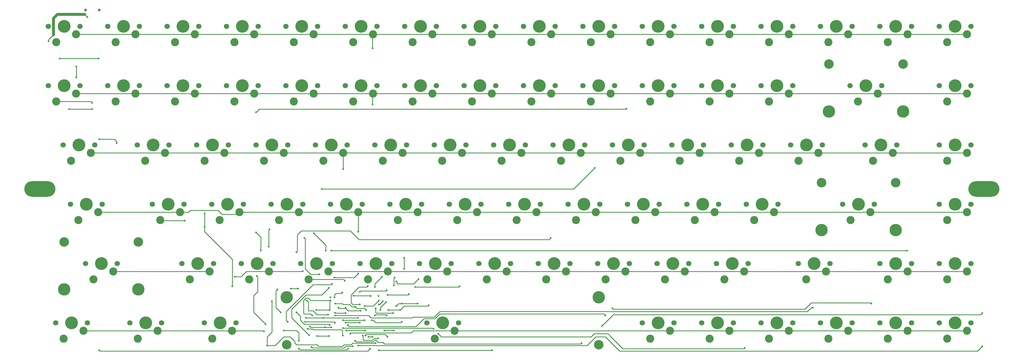
<source format=gbr>
G04 #@! TF.FileFunction,Copper,L1,Top,Signal*
%FSLAX46Y46*%
G04 Gerber Fmt 4.6, Leading zero omitted, Abs format (unit mm)*
G04 Created by KiCad (PCBNEW 4.0.1-stable) date 2/13/2016 10:11:50 PM*
%MOMM*%
G01*
G04 APERTURE LIST*
%ADD10C,0.100000*%
%ADD11C,0.900000*%
%ADD12C,4.099560*%
%ADD13C,2.600960*%
%ADD14C,1.699260*%
%ADD15C,3.048000*%
%ADD16C,3.980200*%
%ADD17O,9.999980X5.001260*%
%ADD18C,0.600000*%
%ADD19C,0.250000*%
%ADD20C,0.889000*%
G04 APERTURE END LIST*
D10*
D11*
X6852500Y5328750D03*
X11252500Y5328750D03*
D12*
X0Y0D03*
D13*
X-2540000Y-5080000D03*
X3810000Y-2540000D03*
D14*
X5080000Y0D03*
X-5080000Y0D03*
D12*
X19050000Y0D03*
D13*
X16510000Y-5080000D03*
X22860000Y-2540000D03*
D14*
X24130000Y0D03*
X13970000Y0D03*
D12*
X38100000Y0D03*
D13*
X35560000Y-5080000D03*
X41910000Y-2540000D03*
D14*
X43180000Y0D03*
X33020000Y0D03*
D12*
X57150000Y0D03*
D13*
X54610000Y-5080000D03*
X60960000Y-2540000D03*
D14*
X62230000Y0D03*
X52070000Y0D03*
D12*
X76200000Y0D03*
D13*
X73660000Y-5080000D03*
X80010000Y-2540000D03*
D14*
X81280000Y0D03*
X71120000Y0D03*
D12*
X95250000Y0D03*
D13*
X92710000Y-5080000D03*
X99060000Y-2540000D03*
D14*
X100330000Y0D03*
X90170000Y0D03*
D12*
X114300000Y0D03*
D13*
X111760000Y-5080000D03*
X118110000Y-2540000D03*
D14*
X119380000Y0D03*
X109220000Y0D03*
D12*
X133350000Y0D03*
D13*
X130810000Y-5080000D03*
X137160000Y-2540000D03*
D14*
X138430000Y0D03*
X128270000Y0D03*
D12*
X152400000Y0D03*
D13*
X149860000Y-5080000D03*
X156210000Y-2540000D03*
D14*
X157480000Y0D03*
X147320000Y0D03*
D12*
X171450000Y0D03*
D13*
X168910000Y-5080000D03*
X175260000Y-2540000D03*
D14*
X176530000Y0D03*
X166370000Y0D03*
D12*
X190500000Y0D03*
D13*
X187960000Y-5080000D03*
X194310000Y-2540000D03*
D14*
X195580000Y0D03*
X185420000Y0D03*
D12*
X209550000Y0D03*
D13*
X207010000Y-5080000D03*
X213360000Y-2540000D03*
D14*
X214630000Y0D03*
X204470000Y0D03*
D12*
X228600000Y0D03*
D13*
X226060000Y-5080000D03*
X232410000Y-2540000D03*
D14*
X233680000Y0D03*
X223520000Y0D03*
D12*
X247650000Y0D03*
D13*
X245110000Y-5080000D03*
X251460000Y-2540000D03*
D14*
X252730000Y0D03*
X242570000Y0D03*
D12*
X266700000Y0D03*
D13*
X264160000Y-5080000D03*
X270510000Y-2540000D03*
D14*
X271780000Y0D03*
X261620000Y0D03*
D12*
X285750000Y0D03*
D13*
X283210000Y-5080000D03*
X289560000Y-2540000D03*
D14*
X290830000Y0D03*
X280670000Y0D03*
D12*
X0Y-19050000D03*
D13*
X-2540000Y-24130000D03*
X3810000Y-21590000D03*
D14*
X5080000Y-19050000D03*
X-5080000Y-19050000D03*
D12*
X19050000Y-19050000D03*
D13*
X16510000Y-24130000D03*
X22860000Y-21590000D03*
D14*
X24130000Y-19050000D03*
X13970000Y-19050000D03*
D12*
X38100000Y-19050000D03*
D13*
X35560000Y-24130000D03*
X41910000Y-21590000D03*
D14*
X43180000Y-19050000D03*
X33020000Y-19050000D03*
D12*
X57150000Y-19050000D03*
D13*
X54610000Y-24130000D03*
X60960000Y-21590000D03*
D14*
X62230000Y-19050000D03*
X52070000Y-19050000D03*
D12*
X76200000Y-19050000D03*
D13*
X73660000Y-24130000D03*
X80010000Y-21590000D03*
D14*
X81280000Y-19050000D03*
X71120000Y-19050000D03*
D12*
X95250000Y-19050000D03*
D13*
X92710000Y-24130000D03*
X99060000Y-21590000D03*
D14*
X100330000Y-19050000D03*
X90170000Y-19050000D03*
D12*
X114300000Y-19050000D03*
D13*
X111760000Y-24130000D03*
X118110000Y-21590000D03*
D14*
X119380000Y-19050000D03*
X109220000Y-19050000D03*
D12*
X133350000Y-19050000D03*
D13*
X130810000Y-24130000D03*
X137160000Y-21590000D03*
D14*
X138430000Y-19050000D03*
X128270000Y-19050000D03*
D12*
X152400000Y-19050000D03*
D13*
X149860000Y-24130000D03*
X156210000Y-21590000D03*
D14*
X157480000Y-19050000D03*
X147320000Y-19050000D03*
D12*
X171450000Y-19050000D03*
D13*
X168910000Y-24130000D03*
X175260000Y-21590000D03*
D14*
X176530000Y-19050000D03*
X166370000Y-19050000D03*
D12*
X190500000Y-19050000D03*
D13*
X187960000Y-24130000D03*
X194310000Y-21590000D03*
D14*
X195580000Y-19050000D03*
X185420000Y-19050000D03*
D12*
X209550000Y-19050000D03*
D13*
X207010000Y-24130000D03*
X213360000Y-21590000D03*
D14*
X214630000Y-19050000D03*
X204470000Y-19050000D03*
D12*
X228600000Y-19050000D03*
D13*
X226060000Y-24130000D03*
X232410000Y-21590000D03*
D14*
X233680000Y-19050000D03*
X223520000Y-19050000D03*
D12*
X257175000Y-19050000D03*
D13*
X254635000Y-24130000D03*
X260985000Y-21590000D03*
D14*
X262255000Y-19050000D03*
X252095000Y-19050000D03*
D12*
X285750000Y-19050000D03*
D13*
X283210000Y-24130000D03*
X289560000Y-21590000D03*
D14*
X290830000Y-19050000D03*
X280670000Y-19050000D03*
D12*
X4762500Y-38100000D03*
D13*
X2222500Y-43180000D03*
X8572500Y-40640000D03*
D14*
X9842500Y-38100000D03*
X-317500Y-38100000D03*
D12*
X28575000Y-38100000D03*
D13*
X26035000Y-43180000D03*
X32385000Y-40640000D03*
D14*
X33655000Y-38100000D03*
X23495000Y-38100000D03*
D12*
X47625000Y-38100000D03*
D13*
X45085000Y-43180000D03*
X51435000Y-40640000D03*
D14*
X52705000Y-38100000D03*
X42545000Y-38100000D03*
D12*
X66675000Y-38100000D03*
D13*
X64135000Y-43180000D03*
X70485000Y-40640000D03*
D14*
X71755000Y-38100000D03*
X61595000Y-38100000D03*
D12*
X85725000Y-38100000D03*
D13*
X83185000Y-43180000D03*
X89535000Y-40640000D03*
D14*
X90805000Y-38100000D03*
X80645000Y-38100000D03*
D12*
X104775000Y-38100000D03*
D13*
X102235000Y-43180000D03*
X108585000Y-40640000D03*
D14*
X109855000Y-38100000D03*
X99695000Y-38100000D03*
D12*
X123825000Y-38100000D03*
D13*
X121285000Y-43180000D03*
X127635000Y-40640000D03*
D14*
X128905000Y-38100000D03*
X118745000Y-38100000D03*
D12*
X142875000Y-38100000D03*
D13*
X140335000Y-43180000D03*
X146685000Y-40640000D03*
D14*
X147955000Y-38100000D03*
X137795000Y-38100000D03*
D12*
X161925000Y-38100000D03*
D13*
X159385000Y-43180000D03*
X165735000Y-40640000D03*
D14*
X167005000Y-38100000D03*
X156845000Y-38100000D03*
D12*
X180975000Y-38100000D03*
D13*
X178435000Y-43180000D03*
X184785000Y-40640000D03*
D14*
X186055000Y-38100000D03*
X175895000Y-38100000D03*
D12*
X200025000Y-38100000D03*
D13*
X197485000Y-43180000D03*
X203835000Y-40640000D03*
D14*
X205105000Y-38100000D03*
X194945000Y-38100000D03*
D12*
X219075000Y-38100000D03*
D13*
X216535000Y-43180000D03*
X222885000Y-40640000D03*
D14*
X224155000Y-38100000D03*
X213995000Y-38100000D03*
D12*
X238125000Y-38100000D03*
D13*
X235585000Y-43180000D03*
X241935000Y-40640000D03*
D14*
X243205000Y-38100000D03*
X233045000Y-38100000D03*
D12*
X261937500Y-38100000D03*
D13*
X259397500Y-43180000D03*
X265747500Y-40640000D03*
D14*
X267017500Y-38100000D03*
X256857500Y-38100000D03*
D12*
X285750000Y-38100000D03*
D13*
X283210000Y-43180000D03*
X289560000Y-40640000D03*
D14*
X290830000Y-38100000D03*
X280670000Y-38100000D03*
D12*
X7145020Y-57150000D03*
D13*
X4605020Y-62230000D03*
X10955020Y-59690000D03*
D14*
X12225020Y-57150000D03*
X2065020Y-57150000D03*
D12*
X33337500Y-57150000D03*
D13*
X30797500Y-62230000D03*
X37147500Y-59690000D03*
D14*
X38417500Y-57150000D03*
X28257500Y-57150000D03*
D12*
X52387500Y-57150000D03*
D13*
X49847500Y-62230000D03*
X56197500Y-59690000D03*
D14*
X57467500Y-57150000D03*
X47307500Y-57150000D03*
D12*
X71437500Y-57150000D03*
D13*
X68897500Y-62230000D03*
X75247500Y-59690000D03*
D14*
X76517500Y-57150000D03*
X66357500Y-57150000D03*
D12*
X90487500Y-57150000D03*
D13*
X87947500Y-62230000D03*
X94297500Y-59690000D03*
D14*
X95567500Y-57150000D03*
X85407500Y-57150000D03*
D12*
X109537500Y-57150000D03*
D13*
X106997500Y-62230000D03*
X113347500Y-59690000D03*
D14*
X114617500Y-57150000D03*
X104457500Y-57150000D03*
D12*
X128587500Y-57150000D03*
D13*
X126047500Y-62230000D03*
X132397500Y-59690000D03*
D14*
X133667500Y-57150000D03*
X123507500Y-57150000D03*
D12*
X147637500Y-57150000D03*
D13*
X145097500Y-62230000D03*
X151447500Y-59690000D03*
D14*
X152717500Y-57150000D03*
X142557500Y-57150000D03*
D12*
X166687500Y-57150000D03*
D13*
X164147500Y-62230000D03*
X170497500Y-59690000D03*
D14*
X171767500Y-57150000D03*
X161607500Y-57150000D03*
D12*
X185737500Y-57150000D03*
D13*
X183197500Y-62230000D03*
X189547500Y-59690000D03*
D14*
X190817500Y-57150000D03*
X180657500Y-57150000D03*
D12*
X204787500Y-57150000D03*
D13*
X202247500Y-62230000D03*
X208597500Y-59690000D03*
D14*
X209867500Y-57150000D03*
X199707500Y-57150000D03*
D12*
X223837500Y-57150000D03*
D13*
X221297500Y-62230000D03*
X227647500Y-59690000D03*
D14*
X228917500Y-57150000D03*
X218757500Y-57150000D03*
D12*
X254795020Y-57150000D03*
D13*
X252255020Y-62230000D03*
X258605020Y-59690000D03*
D14*
X259875020Y-57150000D03*
X249715020Y-57150000D03*
D12*
X285750000Y-57150000D03*
D13*
X283210000Y-62230000D03*
X289560000Y-59690000D03*
D14*
X290830000Y-57150000D03*
X280670000Y-57150000D03*
D12*
X11906250Y-76200000D03*
D13*
X9366250Y-81280000D03*
X15716250Y-78740000D03*
D14*
X16986250Y-76200000D03*
X6826250Y-76200000D03*
D12*
X42862500Y-76200000D03*
D13*
X40322500Y-81280000D03*
X46672500Y-78740000D03*
D14*
X47942500Y-76200000D03*
X37782500Y-76200000D03*
D12*
X61912500Y-76200000D03*
D13*
X59372500Y-81280000D03*
X65722500Y-78740000D03*
D14*
X66992500Y-76200000D03*
X56832500Y-76200000D03*
D12*
X80962500Y-76200000D03*
D13*
X78422500Y-81280000D03*
X84772500Y-78740000D03*
D14*
X86042500Y-76200000D03*
X75882500Y-76200000D03*
D12*
X100012500Y-76200000D03*
D13*
X97472500Y-81280000D03*
X103822500Y-78740000D03*
D14*
X105092500Y-76200000D03*
X94932500Y-76200000D03*
D12*
X119062500Y-76200000D03*
D13*
X116522500Y-81280000D03*
X122872500Y-78740000D03*
D14*
X124142500Y-76200000D03*
X113982500Y-76200000D03*
D12*
X138112500Y-76200000D03*
D13*
X135572500Y-81280000D03*
X141922500Y-78740000D03*
D14*
X143192500Y-76200000D03*
X133032500Y-76200000D03*
D12*
X157162500Y-76200000D03*
D13*
X154622500Y-81280000D03*
X160972500Y-78740000D03*
D14*
X162242500Y-76200000D03*
X152082500Y-76200000D03*
D12*
X176212500Y-76200000D03*
D13*
X173672500Y-81280000D03*
X180022500Y-78740000D03*
D14*
X181292500Y-76200000D03*
X171132500Y-76200000D03*
D12*
X195262500Y-76200000D03*
D13*
X192722500Y-81280000D03*
X199072500Y-78740000D03*
D14*
X200342500Y-76200000D03*
X190182500Y-76200000D03*
D12*
X214312500Y-76200000D03*
D13*
X211772500Y-81280000D03*
X218122500Y-78740000D03*
D14*
X219392500Y-76200000D03*
X209232500Y-76200000D03*
D12*
X240506250Y-76200000D03*
D13*
X237966250Y-81280000D03*
X244316250Y-78740000D03*
D14*
X245586250Y-76200000D03*
X235426250Y-76200000D03*
D12*
X266700000Y-76200000D03*
D13*
X264160000Y-81280000D03*
X270510000Y-78740000D03*
D14*
X271780000Y-76200000D03*
X261620000Y-76200000D03*
D12*
X285750000Y-76200000D03*
D13*
X283210000Y-81280000D03*
X289560000Y-78740000D03*
D14*
X290830000Y-76200000D03*
X280670000Y-76200000D03*
D12*
X2382520Y-95250000D03*
D13*
X-157480Y-100330000D03*
X6192520Y-97790000D03*
D14*
X7462520Y-95250000D03*
X-2697480Y-95250000D03*
D12*
X26195020Y-95250000D03*
D13*
X23655020Y-100330000D03*
X30005020Y-97790000D03*
D14*
X31275020Y-95250000D03*
X21115020Y-95250000D03*
D12*
X50007520Y-95250000D03*
D13*
X47467520Y-100330000D03*
X53817520Y-97790000D03*
D14*
X55087520Y-95250000D03*
X44927520Y-95250000D03*
D12*
X121445020Y-95250000D03*
D13*
X118905020Y-100330000D03*
X125255020Y-97790000D03*
D14*
X126525020Y-95250000D03*
X116365020Y-95250000D03*
D12*
X190500000Y-95250000D03*
D13*
X187960000Y-100330000D03*
X194310000Y-97790000D03*
D14*
X195580000Y-95250000D03*
X185420000Y-95250000D03*
D12*
X209550000Y-95250000D03*
D13*
X207010000Y-100330000D03*
X213360000Y-97790000D03*
D14*
X214630000Y-95250000D03*
X204470000Y-95250000D03*
D12*
X228600000Y-95250000D03*
D13*
X226060000Y-100330000D03*
X232410000Y-97790000D03*
D14*
X233680000Y-95250000D03*
X223520000Y-95250000D03*
D12*
X247650000Y-95250000D03*
D13*
X245110000Y-100330000D03*
X251460000Y-97790000D03*
D14*
X252730000Y-95250000D03*
X242570000Y-95250000D03*
D12*
X266700000Y-95250000D03*
D13*
X264160000Y-100330000D03*
X270510000Y-97790000D03*
D14*
X271780000Y-95250000D03*
X261620000Y-95250000D03*
D12*
X285750000Y-95250000D03*
D13*
X283210000Y-100330000D03*
X289560000Y-97790000D03*
D14*
X290830000Y-95250000D03*
X280670000Y-95250000D03*
D15*
X245270020Y-12065000D03*
D16*
X245270020Y-27305000D03*
D15*
X269082520Y-12065000D03*
D16*
X269082520Y-27305000D03*
D15*
X242888770Y-50165000D03*
D16*
X242888770Y-65405000D03*
D15*
X266701270Y-50165000D03*
D16*
X266701270Y-65405000D03*
D15*
X0Y-69215000D03*
D16*
X0Y-84455000D03*
D15*
X23812500Y-69215000D03*
D16*
X23812500Y-84455000D03*
D15*
X71407020Y-102267258D03*
D16*
X71407020Y-87027258D03*
D15*
X171483020Y-102267258D03*
D16*
X171483020Y-87027258D03*
D17*
X-7747000Y-52197000D03*
X295021000Y-52197000D03*
D18*
X99695000Y-92837000D03*
X103505000Y-92837000D03*
X78867000Y-96393000D03*
X79629000Y-92837000D03*
X100955000Y-88021000D03*
X95123000Y-91313000D03*
X96393000Y-89789000D03*
X90297000Y-90297000D03*
X88011000Y-90297000D03*
X96583500Y-99314000D03*
X103759000Y-99695000D03*
X85217000Y-91059000D03*
X85725000Y-96647000D03*
X116967000Y-89535000D03*
X100818000Y-86614000D03*
X85471000Y-86995000D03*
X81915000Y-79629000D03*
X77089000Y-67945000D03*
X85471000Y-88011000D03*
X83693000Y-96647000D03*
X80899000Y-91059000D03*
X103993000Y-91059000D03*
X107823000Y-91059000D03*
X-1397000Y-10287000D03*
X11049000Y-10287000D03*
X105791000Y-97663000D03*
X102743000Y-97663000D03*
X98318000Y-86614000D03*
X92837000Y-86487000D03*
X90297000Y-95123000D03*
X94869000Y-95123000D03*
X86995000Y-89027000D03*
X96901000Y-91059000D03*
X93383100Y-90004900D03*
X100711000Y-100203000D03*
X95783400Y-99314000D03*
X101473000Y-91059000D03*
X103251000Y-88519000D03*
X11303000Y-36195000D03*
X16891000Y-37465000D03*
X84963000Y-99441000D03*
X81153000Y-99441000D03*
X7452300Y2977850D03*
X-4953000Y-4699000D03*
X98171000Y-103505000D03*
X11303000Y-104013000D03*
X9017000Y-26543000D03*
X1651000Y-26543000D03*
X3937000Y-16383000D03*
X3937000Y-12827000D03*
X77597000Y-93599000D03*
X83185000Y-93599000D03*
X94361000Y-93599000D03*
X53975000Y-83439000D03*
X45085000Y-60071000D03*
X45085000Y-64389000D03*
X99949000Y-101727000D03*
X66675000Y-88265000D03*
X65151000Y-102489000D03*
X61595000Y-66167000D03*
X63119000Y-72009000D03*
X89535000Y-94361000D03*
X89281000Y-85471000D03*
X86741000Y-86995000D03*
X96393000Y-94361000D03*
X83947000Y-72009000D03*
X80137000Y-66421000D03*
X98679000Y-94361000D03*
X108331000Y-94869000D03*
X112649000Y-83693000D03*
X126873000Y-83439000D03*
X100965000Y-89281000D03*
X102235000Y-88265000D03*
X103759000Y-86233000D03*
X110617000Y-85979000D03*
X97663000Y-99695000D03*
X90551000Y-97663000D03*
X100965000Y-104013000D03*
X137287000Y-104013000D03*
X96647000Y-97663000D03*
X98933000Y-99695000D03*
X156083000Y-67945000D03*
X74549000Y-72517000D03*
X74549000Y-91821000D03*
X69469000Y-91821000D03*
X68453000Y-84455000D03*
X72771000Y-84201000D03*
X75057000Y-84201000D03*
X85217000Y-95885000D03*
X77343000Y-94869000D03*
X86868000Y-95199200D03*
X71755000Y-94869000D03*
X86741000Y-80645000D03*
X82677000Y-52197000D03*
X170180000Y-45402500D03*
X94361000Y-79375000D03*
X85979000Y-82677000D03*
X77851000Y-88011000D03*
X61595000Y-27559000D03*
X180340000Y-26352500D03*
X65659000Y-70739000D03*
X65913000Y-65151000D03*
X84709000Y-92583000D03*
X218313000Y-103251000D03*
X89535000Y-96901000D03*
X120015000Y-98679000D03*
X118491000Y-97155000D03*
X240157000Y-90297000D03*
X86995000Y-92837000D03*
X91059000Y-95885000D03*
X90297000Y-92075000D03*
X86868000Y-91998800D03*
X175895000Y-90551000D03*
X173609000Y-92837000D03*
X258953000Y-89027000D03*
X270383000Y-72009000D03*
X85725000Y-72009000D03*
X61849000Y-80137000D03*
X64643000Y-95631000D03*
X78105000Y-97155000D03*
X89382600Y-99314000D03*
X94361000Y-102489000D03*
X294513000Y-102743000D03*
X165989000Y-101727000D03*
X172593000Y-96139000D03*
X93345000Y-100965000D03*
X294513000Y-92075000D03*
X9017000Y-24511000D03*
X30797500Y-62230000D03*
X38735000Y-62357000D03*
X90043000Y-81661000D03*
X106553000Y-89789000D03*
X105537000Y-92075000D03*
X99949000Y-90551000D03*
X108331000Y-89027000D03*
X113411000Y-89027000D03*
X79375000Y-102997000D03*
X78613000Y-99187000D03*
X84963000Y-83947000D03*
X92583000Y-102743000D03*
X84772500Y-78740000D03*
X76581000Y-78613000D03*
X54737000Y-80391000D03*
X94869000Y-85217000D03*
X109093000Y-74295000D03*
X109093000Y-77851000D03*
X98933000Y-6985000D03*
X103505000Y-84709000D03*
X105791000Y-83185000D03*
X106045000Y-80645000D03*
X99060000Y-2540000D03*
X97409000Y-83439000D03*
X94869000Y-89281000D03*
X106553000Y-81915000D03*
X98933000Y-25019000D03*
X113665000Y-81153000D03*
X99060000Y-21590000D03*
X89535000Y-45847000D03*
X99695000Y-83693000D03*
X101981000Y-80391000D03*
X94361000Y-65913000D03*
X91821000Y-98679000D03*
X70485000Y-97663000D03*
X64135000Y-97917000D03*
X75311000Y-103505000D03*
X75311000Y-100965000D03*
X91059000Y-103505000D03*
D19*
X99949000Y-92583000D02*
X99695000Y-92837000D01*
X103251000Y-92583000D02*
X99949000Y-92583000D01*
X103505000Y-92837000D02*
X103251000Y-92583000D01*
X79121000Y-92329000D02*
X79629000Y-92837000D01*
X76835000Y-88011000D02*
X76835000Y-92329000D01*
X79121000Y-88011000D02*
X78359000Y-87249000D01*
X78359000Y-87249000D02*
X77597000Y-87249000D01*
X77597000Y-87249000D02*
X76835000Y-88011000D01*
X85471000Y-88011000D02*
X79121000Y-88011000D01*
X76835000Y-92329000D02*
X79121000Y-92329000D01*
X79121000Y-96647000D02*
X83693000Y-96647000D01*
X78867000Y-96393000D02*
X79121000Y-96647000D01*
X90297000Y-90297000D02*
X90297000Y-90551000D01*
X91059000Y-91313000D02*
X90297000Y-90551000D01*
X95123000Y-91313000D02*
X91059000Y-91313000D01*
X99187000Y-89789000D02*
X96393000Y-89789000D01*
X99187000Y-89789000D02*
X100955000Y-88021000D01*
X90297000Y-90297000D02*
X90043000Y-90551000D01*
X90043000Y-90551000D02*
X88011000Y-90551000D01*
X98171000Y-98933000D02*
X102997000Y-98933000D01*
X96583500Y-99314000D02*
X96964500Y-98933000D01*
X98171000Y-98933000D02*
X96964500Y-98933000D01*
X102997000Y-98933000D02*
X103759000Y-99695000D01*
X83693000Y-96647000D02*
X85471000Y-96647000D01*
X85471000Y-96647000D02*
X85725000Y-96647000D01*
X109093000Y-89789000D02*
X107823000Y-91059000D01*
X116713000Y-89789000D02*
X109093000Y-89789000D01*
X116967000Y-89535000D02*
X116713000Y-89789000D01*
X79121000Y-79629000D02*
X81915000Y-79629000D01*
X77343000Y-77851000D02*
X79121000Y-79629000D01*
X77343000Y-68199000D02*
X77343000Y-77851000D01*
X77089000Y-67945000D02*
X77343000Y-68199000D01*
X85217000Y-88265000D02*
X85217000Y-91059000D01*
X85471000Y-88011000D02*
X85217000Y-88265000D01*
X80899000Y-91059000D02*
X85217000Y-91059000D01*
X104013000Y-91059000D02*
X107823000Y-91059000D01*
X103993000Y-91059000D02*
X104013000Y-91059000D01*
X11049000Y-10287000D02*
X-1397000Y-10287000D01*
X102743000Y-97663000D02*
X105791000Y-97663000D01*
X98191000Y-86487000D02*
X92837000Y-86487000D01*
X98191000Y-86487000D02*
X98318000Y-86614000D01*
X90297000Y-95123000D02*
X94869000Y-95123000D01*
X86995000Y-89027000D02*
X89281000Y-89027000D01*
X89281000Y-89027000D02*
X89535000Y-89281000D01*
X89535000Y-89281000D02*
X91567000Y-89281000D01*
X91567000Y-89281000D02*
X92290900Y-90004900D01*
X92290900Y-90004900D02*
X92621100Y-90004900D01*
X92621100Y-90004900D02*
X93383100Y-90004900D01*
X94869000Y-90551000D02*
X96393000Y-90551000D01*
X93929200Y-90551000D02*
X94869000Y-90551000D01*
X93383100Y-90004900D02*
X93929200Y-90551000D01*
X96393000Y-90551000D02*
X96901000Y-91059000D01*
X96081002Y-100768998D02*
X98875002Y-100768998D01*
X99441000Y-100203000D02*
X100711000Y-100203000D01*
X98875002Y-100768998D02*
X99441000Y-100203000D01*
X96081002Y-100768998D02*
X95885000Y-100572996D01*
X95885000Y-99415600D02*
X95885000Y-100572996D01*
X95885000Y-99415600D02*
X95783400Y-99314000D01*
X101473000Y-90297000D02*
X101473000Y-91059000D01*
X103251000Y-88519000D02*
X101473000Y-90297000D01*
X11303000Y-36195000D02*
X16129000Y-36195000D01*
X16129000Y-36195000D02*
X16891000Y-36957000D01*
X16891000Y-36957000D02*
X16891000Y-37465000D01*
X81153000Y-99441000D02*
X84963000Y-99441000D01*
X-4953000Y-4191000D02*
X-4953000Y-4699000D01*
X-3429000Y-2667000D02*
X-4953000Y-4191000D01*
D20*
X-3429000Y2667000D02*
X-3429000Y-2667000D01*
X-2159000Y3937000D02*
X-3429000Y2667000D01*
X6493150Y3937000D02*
X-2159000Y3937000D01*
D19*
X6493150Y3937000D02*
X7452300Y2977850D01*
X62357000Y-104267000D02*
X97409000Y-104267000D01*
X97409000Y-104267000D02*
X98171000Y-103505000D01*
X11557000Y-104267000D02*
X62357000Y-104267000D01*
X11303000Y-104013000D02*
X11557000Y-104267000D01*
X1651000Y-26543000D02*
X9017000Y-26543000D01*
X3937000Y-12827000D02*
X3937000Y-16383000D01*
X83185000Y-93599000D02*
X77597000Y-93599000D01*
X94107000Y-93599000D02*
X94361000Y-93599000D01*
X83185000Y-93599000D02*
X94107000Y-93599000D01*
X45085000Y-64389000D02*
X45085000Y-65913000D01*
X53975000Y-74803000D02*
X53975000Y-83439000D01*
X45085000Y-65913000D02*
X53975000Y-74803000D01*
X45085000Y-60071000D02*
X45085000Y-64389000D01*
X99187000Y-101727000D02*
X99949000Y-101727000D01*
X92075000Y-102235000D02*
X92583000Y-101727000D01*
X92583000Y-101727000D02*
X96393000Y-101727000D01*
X88011000Y-102743000D02*
X89281000Y-102743000D01*
X81153000Y-102235000D02*
X81661000Y-102743000D01*
X81661000Y-102743000D02*
X88011000Y-102743000D01*
X74041000Y-101219000D02*
X74041000Y-101727000D01*
X65151000Y-102489000D02*
X67691000Y-102489000D01*
X72517000Y-99695000D02*
X74041000Y-101219000D01*
X70485000Y-99695000D02*
X72517000Y-99695000D01*
X67691000Y-102489000D02*
X70485000Y-99695000D01*
X74549000Y-102235000D02*
X80899000Y-102235000D01*
X74041000Y-101727000D02*
X74549000Y-102235000D01*
X80899000Y-102235000D02*
X81153000Y-102235000D01*
X89281000Y-102743000D02*
X89789000Y-102235000D01*
X96393000Y-101727000D02*
X99187000Y-101727000D01*
X89789000Y-102235000D02*
X92075000Y-102235000D01*
X65151000Y-99695000D02*
X65151000Y-102489000D01*
X66675000Y-98171000D02*
X65151000Y-99695000D01*
X66675000Y-88265000D02*
X66675000Y-98171000D01*
X63119000Y-70993000D02*
X63119000Y-72009000D01*
X61595000Y-66167000D02*
X63119000Y-67691000D01*
X63119000Y-67691000D02*
X63119000Y-70993000D01*
X89281000Y-85471000D02*
X89027000Y-85725000D01*
X89027000Y-85725000D02*
X87249000Y-85725000D01*
X87249000Y-85725000D02*
X86741000Y-86233000D01*
X86741000Y-86233000D02*
X86741000Y-86995000D01*
X89535000Y-94361000D02*
X96393000Y-94361000D01*
X83947000Y-70231000D02*
X83947000Y-72009000D01*
X80137000Y-66421000D02*
X83947000Y-70231000D01*
X99949000Y-95123000D02*
X99187000Y-94361000D01*
X108331000Y-94869000D02*
X108077000Y-95123000D01*
X108077000Y-95123000D02*
X99949000Y-95123000D01*
X99187000Y-94361000D02*
X98679000Y-94361000D01*
X126873000Y-83439000D02*
X126619000Y-83693000D01*
X126619000Y-83693000D02*
X112649000Y-83693000D01*
X101219000Y-89281000D02*
X100965000Y-89281000D01*
X102235000Y-88265000D02*
X101219000Y-89281000D01*
X110363000Y-86233000D02*
X103759000Y-86233000D01*
X110617000Y-85979000D02*
X110363000Y-86233000D01*
X96647000Y-97663000D02*
X90551000Y-97663000D01*
X137287000Y-104013000D02*
X100965000Y-104013000D01*
X98933000Y-99695000D02*
X97663000Y-99695000D01*
X78359000Y-95631000D02*
X84963000Y-95631000D01*
X91821000Y-65659000D02*
X94615000Y-68453000D01*
X94615000Y-68453000D02*
X155575000Y-68453000D01*
X156083000Y-67945000D02*
X155575000Y-68453000D01*
X75819000Y-93091000D02*
X74549000Y-91821000D01*
X69469000Y-91821000D02*
X67945000Y-90297000D01*
X67945000Y-90297000D02*
X67945000Y-84963000D01*
X67945000Y-84963000D02*
X68453000Y-84455000D01*
X72771000Y-84201000D02*
X75057000Y-84201000D01*
X77089000Y-95631000D02*
X75819000Y-94361000D01*
X78359000Y-95631000D02*
X77089000Y-95631000D01*
X75819000Y-94361000D02*
X75819000Y-93091000D01*
X74803000Y-66929000D02*
X76073000Y-65659000D01*
X74803000Y-72263000D02*
X74803000Y-66929000D01*
X74549000Y-72517000D02*
X74803000Y-72263000D01*
X76073000Y-65659000D02*
X91821000Y-65659000D01*
X84963000Y-95631000D02*
X85217000Y-95885000D01*
X163385500Y-52197000D02*
X82677000Y-52197000D01*
X170180000Y-45402500D02*
X163385500Y-52197000D01*
X77343000Y-94869000D02*
X86537800Y-94869000D01*
X86537800Y-94869000D02*
X86868000Y-95199200D01*
X71247000Y-91567000D02*
X71247000Y-94361000D01*
X71247000Y-94361000D02*
X71755000Y-94869000D01*
X79883000Y-82931000D02*
X78867000Y-83947000D01*
X80391000Y-82931000D02*
X83693000Y-82931000D01*
X85979000Y-82677000D02*
X85725000Y-82931000D01*
X85725000Y-82931000D02*
X83693000Y-82931000D01*
X94361000Y-79375000D02*
X93091000Y-80645000D01*
X93091000Y-80645000D02*
X86741000Y-80645000D01*
X80391000Y-82931000D02*
X79883000Y-82931000D01*
X78867000Y-83947000D02*
X71247000Y-91567000D01*
X78359000Y-91313000D02*
X79883000Y-91313000D01*
X77851000Y-88011000D02*
X78359000Y-88519000D01*
X78359000Y-88519000D02*
X78359000Y-91313000D01*
X62611000Y-26543000D02*
X61595000Y-27559000D01*
X149479000Y-26543000D02*
X167767000Y-26543000D01*
X180340000Y-26352500D02*
X180149500Y-26543000D01*
X167767000Y-26543000D02*
X180149500Y-26543000D01*
X149479000Y-26543000D02*
X62611000Y-26543000D01*
X65659000Y-65405000D02*
X65659000Y-70739000D01*
X65913000Y-65151000D02*
X65659000Y-65405000D01*
X81153000Y-92583000D02*
X84709000Y-92583000D01*
X79883000Y-91313000D02*
X81153000Y-92583000D01*
X215773000Y-103505000D02*
X218059000Y-103505000D01*
X179197000Y-103505000D02*
X175387000Y-99695000D01*
X174752000Y-99060000D02*
X175387000Y-99695000D01*
X215773000Y-103505000D02*
X179197000Y-103505000D01*
X218059000Y-103505000D02*
X218313000Y-103251000D01*
X170815000Y-98679000D02*
X174371000Y-98679000D01*
X169037000Y-99695000D02*
X170053000Y-98679000D01*
X170053000Y-98679000D02*
X170815000Y-98679000D01*
X113157000Y-96901000D02*
X118237000Y-96901000D01*
X109855000Y-96901000D02*
X95631000Y-96901000D01*
X89535000Y-96901000D02*
X93091000Y-96901000D01*
X93091000Y-96901000D02*
X95631000Y-96901000D01*
X113157000Y-96901000D02*
X109855000Y-96901000D01*
X121031000Y-99695000D02*
X123063000Y-99695000D01*
X120015000Y-98679000D02*
X121031000Y-99695000D01*
X118237000Y-96901000D02*
X118491000Y-97155000D01*
X123063000Y-99695000D02*
X169037000Y-99695000D01*
X174371000Y-98679000D02*
X174752000Y-99060000D01*
X174752000Y-99060000D02*
X174879000Y-99187000D01*
X95885000Y-92837000D02*
X86995000Y-92837000D01*
X238379000Y-91567000D02*
X239649000Y-90297000D01*
X239649000Y-90297000D02*
X240157000Y-90297000D01*
X111887000Y-93345000D02*
X118745000Y-93345000D01*
X111633000Y-93599000D02*
X111887000Y-93345000D01*
X96393000Y-92837000D02*
X97663000Y-92837000D01*
X95885000Y-92837000D02*
X96393000Y-92837000D01*
X97663000Y-92837000D02*
X98425000Y-93599000D01*
X98425000Y-93599000D02*
X111633000Y-93599000D01*
X120523000Y-91567000D02*
X125095000Y-91567000D01*
X118745000Y-93345000D02*
X120523000Y-91567000D01*
X125095000Y-91567000D02*
X238379000Y-91567000D01*
X239649000Y-88773000D02*
X258699000Y-88773000D01*
X237617000Y-90805000D02*
X239649000Y-88773000D01*
X120523000Y-92329000D02*
X173355000Y-92329000D01*
X115951000Y-93853000D02*
X118999000Y-93853000D01*
X112903000Y-96393000D02*
X115443000Y-93853000D01*
X115443000Y-93853000D02*
X115951000Y-93853000D01*
X91059000Y-95885000D02*
X91059000Y-96196998D01*
X91255002Y-96393000D02*
X100711000Y-96393000D01*
X91059000Y-96196998D02*
X91255002Y-96393000D01*
X90297000Y-92075000D02*
X86944200Y-92075000D01*
X86868000Y-91998800D02*
X86944200Y-92075000D01*
X100711000Y-96393000D02*
X112903000Y-96393000D01*
X118999000Y-93853000D02*
X119507000Y-93345000D01*
X120523000Y-92329000D02*
X119507000Y-93345000D01*
X176149000Y-90805000D02*
X232029000Y-90805000D01*
X175895000Y-90551000D02*
X176149000Y-90805000D01*
X173609000Y-92583000D02*
X173609000Y-92837000D01*
X173355000Y-92329000D02*
X173609000Y-92583000D01*
X232029000Y-90805000D02*
X237617000Y-90805000D01*
X258699000Y-88773000D02*
X258953000Y-89027000D01*
X270383000Y-72009000D02*
X165481000Y-72009000D01*
X85725000Y-72009000D02*
X165481000Y-72009000D01*
X62103000Y-80391000D02*
X61849000Y-80137000D01*
X62103000Y-85217000D02*
X62103000Y-80391000D01*
X60833000Y-86487000D02*
X62103000Y-85217000D01*
X60833000Y-91821000D02*
X60833000Y-86487000D01*
X64643000Y-95631000D02*
X60833000Y-91821000D01*
X78105000Y-97155000D02*
X79629000Y-97155000D01*
X79883000Y-97409000D02*
X79629000Y-97155000D01*
X89027000Y-97409000D02*
X79883000Y-97409000D01*
X89027000Y-97409000D02*
X89281000Y-97663000D01*
X89281000Y-99212400D02*
X89281000Y-97663000D01*
X89281000Y-99212400D02*
X89382600Y-99314000D01*
X249555000Y-104267000D02*
X292989000Y-104267000D01*
X167767000Y-102489000D02*
X170561000Y-99695000D01*
X170561000Y-99695000D02*
X173609000Y-99695000D01*
X173609000Y-99695000D02*
X178181000Y-104267000D01*
X178181000Y-104267000D02*
X249555000Y-104267000D01*
X94361000Y-102489000D02*
X102997000Y-102489000D01*
X102997000Y-102489000D02*
X167767000Y-102489000D01*
X292989000Y-104267000D02*
X294513000Y-102743000D01*
X193421000Y-92583000D02*
X243459000Y-92583000D01*
X165735000Y-101981000D02*
X165989000Y-101727000D01*
X172593000Y-96139000D02*
X176149000Y-92583000D01*
X176149000Y-92583000D02*
X193421000Y-92583000D01*
X143129000Y-101981000D02*
X124333000Y-101981000D01*
X102235000Y-101473000D02*
X102743000Y-101981000D01*
X102743000Y-101981000D02*
X124333000Y-101981000D01*
X99695000Y-100711000D02*
X99949000Y-100711000D01*
X93345000Y-100965000D02*
X93656998Y-101276998D01*
X93656998Y-101276998D02*
X99129002Y-101276998D01*
X99129002Y-101276998D02*
X99695000Y-100711000D01*
X99949000Y-100711000D02*
X100711000Y-101473000D01*
X100711000Y-101473000D02*
X102235000Y-101473000D01*
X143129000Y-101981000D02*
X165735000Y-101981000D01*
X294005000Y-92583000D02*
X243459000Y-92583000D01*
X294513000Y-92075000D02*
X294005000Y-92583000D01*
X-2540000Y-24130000D02*
X8636000Y-24130000D01*
X8636000Y-24130000D02*
X9017000Y-24511000D01*
X30797500Y-62230000D02*
X30924500Y-62357000D01*
X30924500Y-62357000D02*
X38735000Y-62357000D01*
X78422500Y-81280000D02*
X89662000Y-81280000D01*
X89662000Y-81280000D02*
X90043000Y-81661000D01*
X99949000Y-91821000D02*
X99949000Y-91878998D01*
X99949000Y-90551000D02*
X99949000Y-91821000D01*
X100145002Y-92075000D02*
X104775000Y-92075000D01*
X99949000Y-91878998D02*
X100145002Y-92075000D01*
X104775000Y-92075000D02*
X105537000Y-92075000D01*
X107315000Y-89027000D02*
X108331000Y-89027000D01*
X106553000Y-89789000D02*
X107315000Y-89027000D01*
X108331000Y-89027000D02*
X113411000Y-89027000D01*
X73025000Y-93599000D02*
X78613000Y-99187000D01*
X73025000Y-90805000D02*
X73025000Y-92583000D01*
X77597000Y-86233000D02*
X73025000Y-90805000D01*
X82677000Y-86233000D02*
X77597000Y-86233000D01*
X84963000Y-83947000D02*
X82677000Y-86233000D01*
X73025000Y-92583000D02*
X73025000Y-93599000D01*
X90297000Y-102743000D02*
X92583000Y-102743000D01*
X89789000Y-103251000D02*
X90297000Y-102743000D01*
X79629000Y-103251000D02*
X89789000Y-103251000D01*
X79375000Y-102997000D02*
X79629000Y-103251000D01*
X270510000Y-78740000D02*
X289560000Y-78740000D01*
X244316250Y-78740000D02*
X270510000Y-78740000D01*
X218122500Y-78740000D02*
X244316250Y-78740000D01*
X199072500Y-78740000D02*
X218122500Y-78740000D01*
X180022500Y-78740000D02*
X199072500Y-78740000D01*
X160972500Y-78740000D02*
X180022500Y-78740000D01*
X141922500Y-78740000D02*
X160972500Y-78740000D01*
X122872500Y-78740000D02*
X141922500Y-78740000D01*
X103822500Y-78740000D02*
X122872500Y-78740000D01*
X84772500Y-78740000D02*
X103822500Y-78740000D01*
X65722500Y-78740000D02*
X76454000Y-78740000D01*
X76454000Y-78740000D02*
X76581000Y-78613000D01*
X54737000Y-80391000D02*
X56769000Y-80391000D01*
X58420000Y-78740000D02*
X65722500Y-78740000D01*
X56769000Y-80391000D02*
X58420000Y-78740000D01*
X15716250Y-78740000D02*
X46672500Y-78740000D01*
X95123000Y-84963000D02*
X94869000Y-85217000D01*
X109093000Y-74295000D02*
X109093000Y-77851000D01*
X98933000Y-2667000D02*
X98933000Y-6985000D01*
X103251000Y-84963000D02*
X96647000Y-84963000D01*
X103505000Y-84709000D02*
X103251000Y-84963000D01*
X105791000Y-80899000D02*
X105791000Y-83185000D01*
X106045000Y-80645000D02*
X105791000Y-80899000D01*
X96647000Y-84963000D02*
X95123000Y-84963000D01*
X99060000Y-2540000D02*
X98933000Y-2667000D01*
X270510000Y-2540000D02*
X289560000Y-2540000D01*
X251460000Y-2540000D02*
X270510000Y-2540000D01*
X232410000Y-2540000D02*
X251460000Y-2540000D01*
X213360000Y-2540000D02*
X232410000Y-2540000D01*
X194310000Y-2540000D02*
X213360000Y-2540000D01*
X175260000Y-2540000D02*
X194310000Y-2540000D01*
X156210000Y-2540000D02*
X175260000Y-2540000D01*
X137160000Y-2540000D02*
X156210000Y-2540000D01*
X118110000Y-2540000D02*
X137160000Y-2540000D01*
X99060000Y-2540000D02*
X118110000Y-2540000D01*
X80010000Y-2540000D02*
X99060000Y-2540000D01*
X60960000Y-2540000D02*
X80010000Y-2540000D01*
X41910000Y-2540000D02*
X60960000Y-2540000D01*
X22860000Y-2540000D02*
X41910000Y-2540000D01*
X3810000Y-2540000D02*
X22860000Y-2540000D01*
X94615000Y-89281000D02*
X94869000Y-89281000D01*
X92075000Y-86233000D02*
X92075000Y-88773000D01*
X97155000Y-83693000D02*
X94615000Y-83693000D01*
X97409000Y-83439000D02*
X97155000Y-83693000D01*
X92075000Y-86233000D02*
X94615000Y-83693000D01*
X92075000Y-88773000D02*
X92583000Y-89281000D01*
X94615000Y-89281000D02*
X92583000Y-89281000D01*
X106807000Y-82169000D02*
X106553000Y-81915000D01*
X98933000Y-21717000D02*
X98933000Y-25019000D01*
X112141000Y-82677000D02*
X106807000Y-82677000D01*
X113665000Y-81153000D02*
X112141000Y-82677000D01*
X106807000Y-82677000D02*
X106807000Y-82169000D01*
X99060000Y-21590000D02*
X98933000Y-21717000D01*
X260985000Y-21590000D02*
X289560000Y-21590000D01*
X232410000Y-21590000D02*
X260985000Y-21590000D01*
X213360000Y-21590000D02*
X232410000Y-21590000D01*
X194310000Y-21590000D02*
X213360000Y-21590000D01*
X175260000Y-21590000D02*
X194310000Y-21590000D01*
X156210000Y-21590000D02*
X175260000Y-21590000D01*
X137160000Y-21590000D02*
X156210000Y-21590000D01*
X118110000Y-21590000D02*
X137160000Y-21590000D01*
X99060000Y-21590000D02*
X118110000Y-21590000D01*
X80010000Y-21590000D02*
X99060000Y-21590000D01*
X60960000Y-21590000D02*
X80010000Y-21590000D01*
X41910000Y-21590000D02*
X60960000Y-21590000D01*
X22860000Y-21590000D02*
X41910000Y-21590000D01*
X3810000Y-21590000D02*
X22860000Y-21590000D01*
X89535000Y-45847000D02*
X89535000Y-40640000D01*
X265747500Y-40640000D02*
X289560000Y-40640000D01*
X241935000Y-40640000D02*
X265747500Y-40640000D01*
X222885000Y-40640000D02*
X241935000Y-40640000D01*
X203835000Y-40640000D02*
X222885000Y-40640000D01*
X184785000Y-40640000D02*
X203835000Y-40640000D01*
X165735000Y-40640000D02*
X184785000Y-40640000D01*
X146685000Y-40640000D02*
X165735000Y-40640000D01*
X127635000Y-40640000D02*
X146685000Y-40640000D01*
X108585000Y-40640000D02*
X127635000Y-40640000D01*
X89535000Y-40640000D02*
X108585000Y-40640000D01*
X70485000Y-40640000D02*
X89535000Y-40640000D01*
X51435000Y-40640000D02*
X70485000Y-40640000D01*
X32385000Y-40640000D02*
X51435000Y-40640000D01*
X8572500Y-40640000D02*
X32385000Y-40640000D01*
X94297500Y-59690000D02*
X94297500Y-65849500D01*
X99695000Y-82677000D02*
X99695000Y-83693000D01*
X101981000Y-80391000D02*
X99695000Y-82677000D01*
X94297500Y-65849500D02*
X94361000Y-65913000D01*
X258605020Y-59690000D02*
X289560000Y-59690000D01*
X227647500Y-59690000D02*
X258605020Y-59690000D01*
X208597500Y-59690000D02*
X227647500Y-59690000D01*
X189547500Y-59690000D02*
X208597500Y-59690000D01*
X170497500Y-59690000D02*
X189547500Y-59690000D01*
X151447500Y-59690000D02*
X170497500Y-59690000D01*
X132397500Y-59690000D02*
X151447500Y-59690000D01*
X113347500Y-59690000D02*
X132397500Y-59690000D01*
X94297500Y-59690000D02*
X113347500Y-59690000D01*
X75247500Y-59690000D02*
X94297500Y-59690000D01*
X56197500Y-59690000D02*
X75247500Y-59690000D01*
X55562500Y-60325000D02*
X50673000Y-60325000D01*
X49403000Y-59055000D02*
X50673000Y-60325000D01*
X39878000Y-59690000D02*
X37147500Y-59690000D01*
X40513000Y-59055000D02*
X48387000Y-59055000D01*
X39878000Y-59690000D02*
X40513000Y-59055000D01*
X48387000Y-59055000D02*
X49403000Y-59055000D01*
X55562500Y-60325000D02*
X56197500Y-59690000D01*
X10955020Y-59690000D02*
X37147500Y-59690000D01*
X194310000Y-97790000D02*
X213360000Y-97790000D01*
X232410000Y-97790000D02*
X251460000Y-97790000D01*
X194310000Y-97790000D02*
X251460000Y-97790000D01*
X99187000Y-98425000D02*
X91821000Y-98425000D01*
X112014000Y-97790000D02*
X111379000Y-98425000D01*
X111379000Y-98425000D02*
X99187000Y-98425000D01*
X125255020Y-97790000D02*
X114300000Y-97790000D01*
X114300000Y-97790000D02*
X112014000Y-97790000D01*
X91821000Y-98425000D02*
X91821000Y-98679000D01*
X80391000Y-103816998D02*
X90747002Y-103816998D01*
X53817520Y-97790000D02*
X64008000Y-97790000D01*
X75311000Y-98425000D02*
X75311000Y-100965000D01*
X74549000Y-97663000D02*
X75311000Y-98425000D01*
X70485000Y-97663000D02*
X74549000Y-97663000D01*
X64008000Y-97790000D02*
X64135000Y-97917000D01*
X75311000Y-103505000D02*
X75622998Y-103816998D01*
X80391000Y-103816998D02*
X75622998Y-103816998D01*
X90747002Y-103816998D02*
X91059000Y-103505000D01*
X270510000Y-97790000D02*
X289560000Y-97790000D01*
X251460000Y-97790000D02*
X270510000Y-97790000D01*
X125255020Y-97790000D02*
X194310000Y-97790000D01*
X30005020Y-97790000D02*
X53817520Y-97790000D01*
X6192520Y-97790000D02*
X30005020Y-97790000D01*
M02*

</source>
